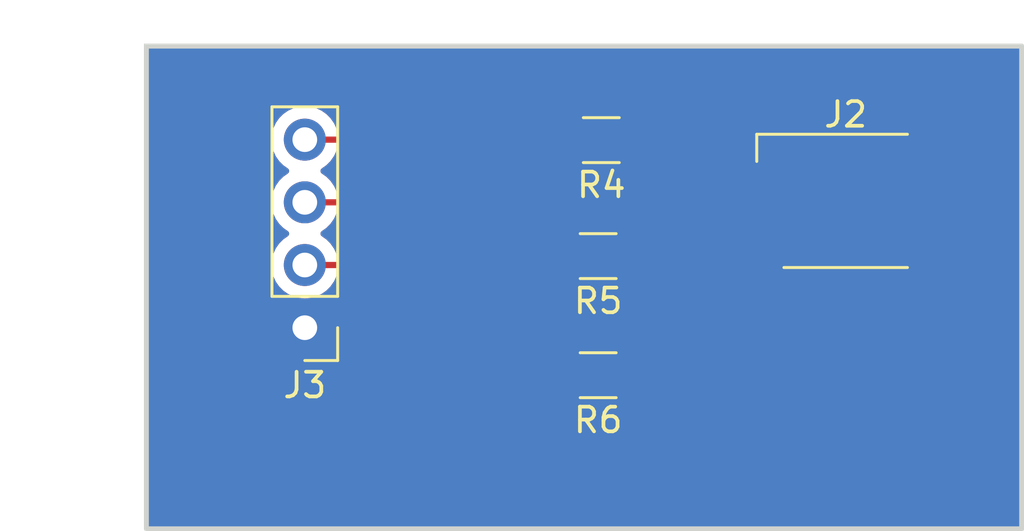
<source format=kicad_pcb>
(kicad_pcb (version 20221018) (generator pcbnew)
  (layers (0 "F.Cu" signal) (31 "B.Cu" signal) (34 "B.Paste" user) (35 "F.Paste" user) (36 "B.SilkS" user "B.Silkscreen") (37 "F.SilkS" user "F.Silkscreen") (38 "B.Mask" user) (39 "F.Mask" user) (44 "Edge.Cuts" user))
  (net 0 "")
  (net 1 "Net-(J2-Pin_1)")
  (net 2 "Net-(J2-Pin_2)")
  (net 3 "Net-(J2-Pin_3)")
  (net 4 "GND")
  (net 5 "Net-(J3-Pin_2)")
  (net 6 "Net-(J3-Pin_3)")
  (net 7 "Net-(J3-Pin_4)")
  (footprint "LED_SMD:LED_RGB_5050-6" (layer "F.Cu") (at 124.066 88.949)
    (fp_text reference "J2" (at 0 -3.5 180) (layer "F.SilkS"))
    (fp_text value "RGB LED")
    (fp_line (start -3.6 -2.7) (end 2.5 -2.7) (stroke (width 0.12)) (layer "F.SilkS"))
    (fp_line (start -3.6 -1.6) (end -3.6 -2.7) (stroke (width 0.12)) (layer "F.SilkS"))
    (fp_line (start 2.5 2.7) (end -2.5 2.7) (stroke (width 0.12)) (layer "F.SilkS"))
    (pad "1" smd rect (at -2.4 -1.7 90) (size 1.1 2) (layers "F.Cu" "F.Paste" "F.Mask") (net 1 "Net-(J2-Pin_1)"))
    (pad "2" smd rect (at -2.4 0 90) (size 1.1 2) (layers "F.Cu" "F.Paste" "F.Mask") (net 2 "Net-(J2-Pin_2)"))
    (pad "3" smd rect (at -2.4 1.7 90) (size 1.1 2) (layers "F.Cu" "F.Paste" "F.Mask") (net 3 "Net-(J2-Pin_3)"))
    (pad "4" smd rect (at 2.4 1.7 90) (size 1.1 2) (layers "F.Cu" "F.Paste" "F.Mask") (net 4 "GND"))
    (pad "5" smd rect (at 2.4 0 90) (size 1.1 2) (layers "F.Cu" "F.Paste" "F.Mask") (net 4 "GND"))
    (pad "6" smd rect (at 2.4 -1.7 90) (size 1.1 2) (layers "F.Cu" "F.Paste" "F.Mask") (net 4 "GND"))
  )
  (footprint "Connector_PinHeader_2.54mm:PinHeader_1x04_P2.54mm_Vertical" (layer "F.Cu") (at 102.170835 94.08695 180)
    (fp_text reference "J3" (at 0 -2.33) (layer "F.SilkS"))
    (fp_text value "Conn_01x04_Pin")
    (fp_line (start -1.33 -1.33) (end 0 -1.33) (stroke (width 0.12)) (layer "F.SilkS"))
    (fp_line (start -1.33 0) (end -1.33 -1.33) (stroke (width 0.12)) (layer "F.SilkS"))
    (fp_line (start -1.33 1.27) (end -1.33 8.95) (stroke (width 0.12)) (layer "F.SilkS"))
    (fp_line (start -1.33 1.27) (end 1.33 1.27) (stroke (width 0.12)) (layer "F.SilkS"))
    (fp_line (start -1.33 8.95) (end 1.33 8.95) (stroke (width 0.12)) (layer "F.SilkS"))
    (fp_line (start 1.33 1.27) (end 1.33 8.95) (stroke (width 0.12)) (layer "F.SilkS"))
    (pad "1" thru_hole rect (at 0 0 180) (size 1.7 1.7) (drill 1) (layers "*.Cu" "*.Mask") (net 4 "GND"))
    (pad "2" thru_hole oval (at 0 2.54 180) (size 1.7 1.7) (drill 1) (layers "*.Cu" "*.Mask") (net 5 "Net-(J3-Pin_2)"))
    (pad "3" thru_hole oval (at 0 5.08 180) (size 1.7 1.7) (drill 1) (layers "*.Cu" "*.Mask") (net 6 "Net-(J3-Pin_3)"))
    (pad "4" thru_hole oval (at 0 7.62 180) (size 1.7 1.7) (drill 1) (layers "*.Cu" "*.Mask") (net 7 "Net-(J3-Pin_4)"))
  )
  (footprint "Resistor_SMD:R_1206_3216Metric" (layer "F.Cu") (at 114.046 91.186 180)
    (fp_text reference "R5" (at 0 -1.82) (layer "F.SilkS"))
    (fp_text value "100 RED")
    (fp_line (start -0.727064 -0.91) (end 0.727064 -0.91) (stroke (width 0.12)) (layer "F.SilkS"))
    (fp_line (start -0.727064 0.91) (end 0.727064 0.91) (stroke (width 0.12)) (layer "F.SilkS"))
    (pad "1" smd roundrect (at -1.4625 0 180) (size 1.125 1.75) (layers "F.Cu" "F.Paste" "F.Mask") (roundrect_rratio 0.222222) (net 2 "Net-(J2-Pin_2)"))
    (pad "2" smd roundrect (at 1.4625 0 180) (size 1.125 1.75) (layers "F.Cu" "F.Paste" "F.Mask") (roundrect_rratio 0.222222) (net 6 "Net-(J3-Pin_3)"))
  )
  (footprint "Resistor_SMD:R_1206_3216Metric" (layer "F.Cu") (at 114.046 96.012 180)
    (fp_text reference "R6" (at 0 -1.82) (layer "F.SilkS"))
    (fp_text value "150 Green")
    (fp_line (start -0.727064 -0.91) (end 0.727064 -0.91) (stroke (width 0.12)) (layer "F.SilkS"))
    (fp_line (start -0.727064 0.91) (end 0.727064 0.91) (stroke (width 0.12)) (layer "F.SilkS"))
    (pad "1" smd roundrect (at -1.4625 0 180) (size 1.125 1.75) (layers "F.Cu" "F.Paste" "F.Mask") (roundrect_rratio 0.222222) (net 3 "Net-(J2-Pin_3)"))
    (pad "2" smd roundrect (at 1.4625 0 180) (size 1.125 1.75) (layers "F.Cu" "F.Paste" "F.Mask") (roundrect_rratio 0.222222) (net 5 "Net-(J3-Pin_2)"))
  )
  (footprint "Resistor_SMD:R_1206_3216Metric" (layer "F.Cu") (at 114.173 86.487 180)
    (fp_text reference "R4" (at 0 -1.82) (layer "F.SilkS"))
    (fp_text value "150 Blue")
    (fp_line (start -0.727064 -0.91) (end 0.727064 -0.91) (stroke (width 0.12)) (layer "F.SilkS"))
    (fp_line (start -0.727064 0.91) (end 0.727064 0.91) (stroke (width 0.12)) (layer "F.SilkS"))
    (pad "1" smd roundrect (at -1.4625 0 180) (size 1.125 1.75) (layers "F.Cu" "F.Paste" "F.Mask") (roundrect_rratio 0.222222) (net 1 "Net-(J2-Pin_1)"))
    (pad "2" smd roundrect (at 1.4625 0 180) (size 1.125 1.75) (layers "F.Cu" "F.Paste" "F.Mask") (roundrect_rratio 0.222222) (net 7 "Net-(J3-Pin_4)"))
  )
  (gr_rect (start 95.758 82.677) (end 131.191 102.235) (stroke (width 0.2)) (fill none) (layer "Edge.Cuts"))
  (segment (start 115.6355 86.487) (end 116.3975 87.249) (width 0.25) (layer "F.Cu") (net 1))
  (segment (start 116.3975 87.249) (end 121.666 87.249) (width 0.25) (layer "F.Cu") (net 1))
  (segment (start 117.7455 88.949) (end 121.666 88.949) (width 0.25) (layer "F.Cu") (net 2))
  (segment (start 115.5085 91.186) (end 117.7455 88.949) (width 0.25) (layer "F.Cu") (net 2))
  (segment (start 120.8715 90.649) (end 115.5085 96.012) (width 0.25) (layer "F.Cu") (net 3))
  (segment (start 121.666 90.649) (end 120.8715 90.649) (width 0.25) (layer "F.Cu") (net 3))
  (segment (start 108.11845 91.54695) (end 112.5835 96.012) (width 0.25) (layer "F.Cu") (net 5))
  (segment (start 102.170835 91.54695) (end 108.11845 91.54695) (width 0.25) (layer "F.Cu") (net 5))
  (segment (start 102.170835 89.00695) (end 110.40445 89.00695) (width 0.25) (layer "F.Cu") (net 6))
  (segment (start 110.40445 89.00695) (end 112.5835 91.186) (width 0.25) (layer "F.Cu") (net 6))
  (segment (start 112.69045 86.46695) (end 112.7105 86.487) (width 0.25) (layer "F.Cu") (net 7))
  (segment (start 102.170835 86.46695) (end 112.69045 86.46695) (width 0.25) (layer "F.Cu") (net 7))
  (zone (net 4) (net_name "GND") (layers "F&B.Cu") (connect_pads yes (clearance 0.5)) (min_thickness 0.25) (fill yes (thermal_gap 0.5) (thermal_bridge_width 0.5))
    (polygon (pts (xy 95.758 82.677) (xy 131.191 82.677) (xy 131.191 102.235) (xy 95.758 102.235)))
  )
)
</source>
